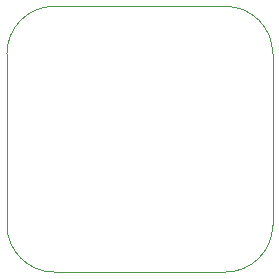
<source format=gbr>
G04 #@! TF.GenerationSoftware,KiCad,Pcbnew,5.1.4*
G04 #@! TF.CreationDate,2019-08-11T23:13:52-05:00*
G04 #@! TF.ProjectId,pic12f-garage-door,70696331-3266-42d6-9761-726167652d64,rev?*
G04 #@! TF.SameCoordinates,Original*
G04 #@! TF.FileFunction,Profile,NP*
%FSLAX46Y46*%
G04 Gerber Fmt 4.6, Leading zero omitted, Abs format (unit mm)*
G04 Created by KiCad (PCBNEW 5.1.4) date 2019-08-11 23:13:52*
%MOMM*%
%LPD*%
G04 APERTURE LIST*
%ADD10C,0.050000*%
G04 APERTURE END LIST*
D10*
X106000000Y-50000000D02*
X106000000Y-64500000D01*
X128500000Y-52500000D02*
X128500000Y-64500000D01*
X110000000Y-68500000D02*
G75*
G02X106000000Y-64500000I0J4000000D01*
G01*
X124500000Y-68500000D02*
X110000000Y-68500000D01*
X124500000Y-46000000D02*
X110000000Y-46000000D01*
X128500000Y-52500000D02*
X128500000Y-50000000D01*
X128500000Y-64500000D02*
G75*
G02X124500000Y-68500000I-4000000J0D01*
G01*
X124500000Y-46000000D02*
G75*
G02X128500000Y-50000000I0J-4000000D01*
G01*
X106000000Y-50000000D02*
G75*
G02X110000000Y-46000000I4000000J0D01*
G01*
M02*

</source>
